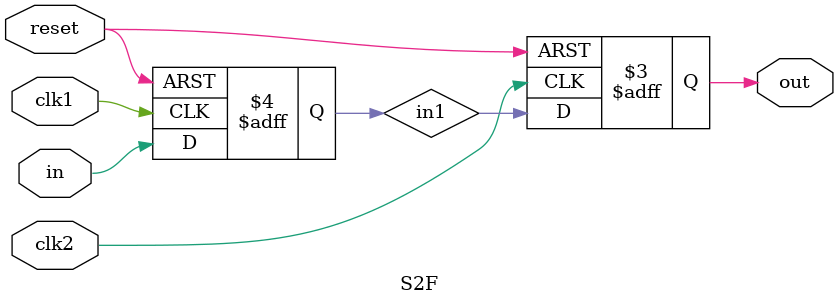
<source format=v>
`timescale 1ns / 1ps


module S2F(
    input  wire clk1 ,
    input  wire clk2 ,
    input  wire in   , 
    input  wire reset,
    output reg  out
);
  
    reg in1;
    always@(posedge clk1 or posedge reset)begin
        if(reset) begin
            in1 <= 1'b0;
        end else begin
            in1 <= in;
        end
    end
  
    always@(posedge clk2 or posedge reset) begin
        if(reset) begin
            out <= 1'b0;
        end else begin
            out <= in1;
        end
    end 
endmodule
</source>
